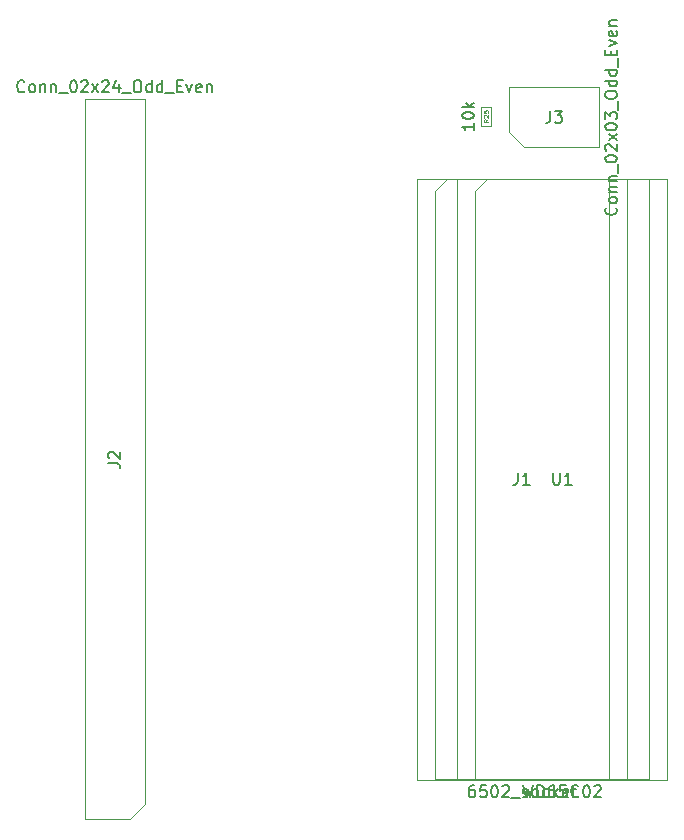
<source format=gbr>
G04 #@! TF.FileFunction,Other,Fab,Top*
%FSLAX46Y46*%
G04 Gerber Fmt 4.6, Leading zero omitted, Abs format (unit mm)*
G04 Created by KiCad (PCBNEW 4.0.7) date 07/29/18 14:17:34*
%MOMM*%
%LPD*%
G01*
G04 APERTURE LIST*
%ADD10C,0.100000*%
%ADD11C,0.150000*%
%ADD12C,0.075000*%
G04 APERTURE END LIST*
D10*
X80815000Y-78900000D02*
X94545000Y-78900000D01*
X94545000Y-78900000D02*
X94545000Y-129700000D01*
X94545000Y-129700000D02*
X79815000Y-129700000D01*
X79815000Y-129700000D02*
X79815000Y-79900000D01*
X79815000Y-79900000D02*
X80815000Y-78900000D01*
X78290000Y-78840000D02*
X78290000Y-129760000D01*
X78290000Y-129760000D02*
X96070000Y-129760000D01*
X96070000Y-129760000D02*
X96070000Y-78840000D01*
X96070000Y-78840000D02*
X78290000Y-78840000D01*
X53980000Y-133100000D02*
X50170000Y-133100000D01*
X50170000Y-133100000D02*
X50170000Y-72140000D01*
X50170000Y-72140000D02*
X55250000Y-72140000D01*
X55250000Y-72140000D02*
X55250000Y-131830000D01*
X55250000Y-131830000D02*
X53980000Y-133100000D01*
X86100000Y-74940000D02*
X86100000Y-71130000D01*
X86100000Y-71130000D02*
X93720000Y-71130000D01*
X93720000Y-71130000D02*
X93720000Y-76210000D01*
X93720000Y-76210000D02*
X87370000Y-76210000D01*
X87370000Y-76210000D02*
X86100000Y-74940000D01*
X83760000Y-72770000D02*
X84560000Y-72770000D01*
X83760000Y-74370000D02*
X83760000Y-72770000D01*
X84560000Y-74370000D02*
X83760000Y-74370000D01*
X84560000Y-72770000D02*
X84560000Y-74370000D01*
X84225000Y-78900000D02*
X97955000Y-78900000D01*
X97955000Y-78900000D02*
X97955000Y-129700000D01*
X97955000Y-129700000D02*
X83225000Y-129700000D01*
X83225000Y-129700000D02*
X83225000Y-79900000D01*
X83225000Y-79900000D02*
X84225000Y-78900000D01*
X81700000Y-78840000D02*
X81700000Y-129760000D01*
X81700000Y-129760000D02*
X99480000Y-129760000D01*
X99480000Y-129760000D02*
X99480000Y-78840000D01*
X99480000Y-78840000D02*
X81700000Y-78840000D01*
D11*
X83156190Y-130212381D02*
X82965713Y-130212381D01*
X82870475Y-130260000D01*
X82822856Y-130307619D01*
X82727618Y-130450476D01*
X82679999Y-130640952D01*
X82679999Y-131021905D01*
X82727618Y-131117143D01*
X82775237Y-131164762D01*
X82870475Y-131212381D01*
X83060952Y-131212381D01*
X83156190Y-131164762D01*
X83203809Y-131117143D01*
X83251428Y-131021905D01*
X83251428Y-130783810D01*
X83203809Y-130688571D01*
X83156190Y-130640952D01*
X83060952Y-130593333D01*
X82870475Y-130593333D01*
X82775237Y-130640952D01*
X82727618Y-130688571D01*
X82679999Y-130783810D01*
X84156190Y-130212381D02*
X83679999Y-130212381D01*
X83632380Y-130688571D01*
X83679999Y-130640952D01*
X83775237Y-130593333D01*
X84013333Y-130593333D01*
X84108571Y-130640952D01*
X84156190Y-130688571D01*
X84203809Y-130783810D01*
X84203809Y-131021905D01*
X84156190Y-131117143D01*
X84108571Y-131164762D01*
X84013333Y-131212381D01*
X83775237Y-131212381D01*
X83679999Y-131164762D01*
X83632380Y-131117143D01*
X84822856Y-130212381D02*
X84918095Y-130212381D01*
X85013333Y-130260000D01*
X85060952Y-130307619D01*
X85108571Y-130402857D01*
X85156190Y-130593333D01*
X85156190Y-130831429D01*
X85108571Y-131021905D01*
X85060952Y-131117143D01*
X85013333Y-131164762D01*
X84918095Y-131212381D01*
X84822856Y-131212381D01*
X84727618Y-131164762D01*
X84679999Y-131117143D01*
X84632380Y-131021905D01*
X84584761Y-130831429D01*
X84584761Y-130593333D01*
X84632380Y-130402857D01*
X84679999Y-130307619D01*
X84727618Y-130260000D01*
X84822856Y-130212381D01*
X85537142Y-130307619D02*
X85584761Y-130260000D01*
X85679999Y-130212381D01*
X85918095Y-130212381D01*
X86013333Y-130260000D01*
X86060952Y-130307619D01*
X86108571Y-130402857D01*
X86108571Y-130498095D01*
X86060952Y-130640952D01*
X85489523Y-131212381D01*
X86108571Y-131212381D01*
X86299047Y-131307619D02*
X87060952Y-131307619D01*
X87251428Y-131164762D02*
X87346666Y-131212381D01*
X87537142Y-131212381D01*
X87632381Y-131164762D01*
X87680000Y-131069524D01*
X87680000Y-131021905D01*
X87632381Y-130926667D01*
X87537142Y-130879048D01*
X87394285Y-130879048D01*
X87299047Y-130831429D01*
X87251428Y-130736190D01*
X87251428Y-130688571D01*
X87299047Y-130593333D01*
X87394285Y-130545714D01*
X87537142Y-130545714D01*
X87632381Y-130593333D01*
X88251428Y-131212381D02*
X88156190Y-131164762D01*
X88108571Y-131117143D01*
X88060952Y-131021905D01*
X88060952Y-130736190D01*
X88108571Y-130640952D01*
X88156190Y-130593333D01*
X88251428Y-130545714D01*
X88394286Y-130545714D01*
X88489524Y-130593333D01*
X88537143Y-130640952D01*
X88584762Y-130736190D01*
X88584762Y-131021905D01*
X88537143Y-131117143D01*
X88489524Y-131164762D01*
X88394286Y-131212381D01*
X88251428Y-131212381D01*
X89441905Y-131164762D02*
X89346667Y-131212381D01*
X89156190Y-131212381D01*
X89060952Y-131164762D01*
X89013333Y-131117143D01*
X88965714Y-131021905D01*
X88965714Y-130736190D01*
X89013333Y-130640952D01*
X89060952Y-130593333D01*
X89156190Y-130545714D01*
X89346667Y-130545714D01*
X89441905Y-130593333D01*
X89870476Y-131212381D02*
X89870476Y-130212381D01*
X89965714Y-130831429D02*
X90251429Y-131212381D01*
X90251429Y-130545714D02*
X89870476Y-130926667D01*
X91060953Y-131164762D02*
X90965715Y-131212381D01*
X90775238Y-131212381D01*
X90680000Y-131164762D01*
X90632381Y-131069524D01*
X90632381Y-130688571D01*
X90680000Y-130593333D01*
X90775238Y-130545714D01*
X90965715Y-130545714D01*
X91060953Y-130593333D01*
X91108572Y-130688571D01*
X91108572Y-130783810D01*
X90632381Y-130879048D01*
X91394286Y-130545714D02*
X91775238Y-130545714D01*
X91537143Y-130212381D02*
X91537143Y-131069524D01*
X91584762Y-131164762D01*
X91680000Y-131212381D01*
X91775238Y-131212381D01*
X86846667Y-103752381D02*
X86846667Y-104466667D01*
X86799047Y-104609524D01*
X86703809Y-104704762D01*
X86560952Y-104752381D01*
X86465714Y-104752381D01*
X87846667Y-104752381D02*
X87275238Y-104752381D01*
X87560952Y-104752381D02*
X87560952Y-103752381D01*
X87465714Y-103895238D01*
X87370476Y-103990476D01*
X87275238Y-104038095D01*
X45067142Y-71437143D02*
X45019523Y-71484762D01*
X44876666Y-71532381D01*
X44781428Y-71532381D01*
X44638570Y-71484762D01*
X44543332Y-71389524D01*
X44495713Y-71294286D01*
X44448094Y-71103810D01*
X44448094Y-70960952D01*
X44495713Y-70770476D01*
X44543332Y-70675238D01*
X44638570Y-70580000D01*
X44781428Y-70532381D01*
X44876666Y-70532381D01*
X45019523Y-70580000D01*
X45067142Y-70627619D01*
X45638570Y-71532381D02*
X45543332Y-71484762D01*
X45495713Y-71437143D01*
X45448094Y-71341905D01*
X45448094Y-71056190D01*
X45495713Y-70960952D01*
X45543332Y-70913333D01*
X45638570Y-70865714D01*
X45781428Y-70865714D01*
X45876666Y-70913333D01*
X45924285Y-70960952D01*
X45971904Y-71056190D01*
X45971904Y-71341905D01*
X45924285Y-71437143D01*
X45876666Y-71484762D01*
X45781428Y-71532381D01*
X45638570Y-71532381D01*
X46400475Y-70865714D02*
X46400475Y-71532381D01*
X46400475Y-70960952D02*
X46448094Y-70913333D01*
X46543332Y-70865714D01*
X46686190Y-70865714D01*
X46781428Y-70913333D01*
X46829047Y-71008571D01*
X46829047Y-71532381D01*
X47305237Y-70865714D02*
X47305237Y-71532381D01*
X47305237Y-70960952D02*
X47352856Y-70913333D01*
X47448094Y-70865714D01*
X47590952Y-70865714D01*
X47686190Y-70913333D01*
X47733809Y-71008571D01*
X47733809Y-71532381D01*
X47971904Y-71627619D02*
X48733809Y-71627619D01*
X49162380Y-70532381D02*
X49257619Y-70532381D01*
X49352857Y-70580000D01*
X49400476Y-70627619D01*
X49448095Y-70722857D01*
X49495714Y-70913333D01*
X49495714Y-71151429D01*
X49448095Y-71341905D01*
X49400476Y-71437143D01*
X49352857Y-71484762D01*
X49257619Y-71532381D01*
X49162380Y-71532381D01*
X49067142Y-71484762D01*
X49019523Y-71437143D01*
X48971904Y-71341905D01*
X48924285Y-71151429D01*
X48924285Y-70913333D01*
X48971904Y-70722857D01*
X49019523Y-70627619D01*
X49067142Y-70580000D01*
X49162380Y-70532381D01*
X49876666Y-70627619D02*
X49924285Y-70580000D01*
X50019523Y-70532381D01*
X50257619Y-70532381D01*
X50352857Y-70580000D01*
X50400476Y-70627619D01*
X50448095Y-70722857D01*
X50448095Y-70818095D01*
X50400476Y-70960952D01*
X49829047Y-71532381D01*
X50448095Y-71532381D01*
X50781428Y-71532381D02*
X51305238Y-70865714D01*
X50781428Y-70865714D02*
X51305238Y-71532381D01*
X51638571Y-70627619D02*
X51686190Y-70580000D01*
X51781428Y-70532381D01*
X52019524Y-70532381D01*
X52114762Y-70580000D01*
X52162381Y-70627619D01*
X52210000Y-70722857D01*
X52210000Y-70818095D01*
X52162381Y-70960952D01*
X51590952Y-71532381D01*
X52210000Y-71532381D01*
X53067143Y-70865714D02*
X53067143Y-71532381D01*
X52829047Y-70484762D02*
X52590952Y-71199048D01*
X53210000Y-71199048D01*
X53352857Y-71627619D02*
X54114762Y-71627619D01*
X54543333Y-70532381D02*
X54733810Y-70532381D01*
X54829048Y-70580000D01*
X54924286Y-70675238D01*
X54971905Y-70865714D01*
X54971905Y-71199048D01*
X54924286Y-71389524D01*
X54829048Y-71484762D01*
X54733810Y-71532381D01*
X54543333Y-71532381D01*
X54448095Y-71484762D01*
X54352857Y-71389524D01*
X54305238Y-71199048D01*
X54305238Y-70865714D01*
X54352857Y-70675238D01*
X54448095Y-70580000D01*
X54543333Y-70532381D01*
X55829048Y-71532381D02*
X55829048Y-70532381D01*
X55829048Y-71484762D02*
X55733810Y-71532381D01*
X55543333Y-71532381D01*
X55448095Y-71484762D01*
X55400476Y-71437143D01*
X55352857Y-71341905D01*
X55352857Y-71056190D01*
X55400476Y-70960952D01*
X55448095Y-70913333D01*
X55543333Y-70865714D01*
X55733810Y-70865714D01*
X55829048Y-70913333D01*
X56733810Y-71532381D02*
X56733810Y-70532381D01*
X56733810Y-71484762D02*
X56638572Y-71532381D01*
X56448095Y-71532381D01*
X56352857Y-71484762D01*
X56305238Y-71437143D01*
X56257619Y-71341905D01*
X56257619Y-71056190D01*
X56305238Y-70960952D01*
X56352857Y-70913333D01*
X56448095Y-70865714D01*
X56638572Y-70865714D01*
X56733810Y-70913333D01*
X56971905Y-71627619D02*
X57733810Y-71627619D01*
X57971905Y-71008571D02*
X58305239Y-71008571D01*
X58448096Y-71532381D02*
X57971905Y-71532381D01*
X57971905Y-70532381D01*
X58448096Y-70532381D01*
X58781429Y-70865714D02*
X59019524Y-71532381D01*
X59257620Y-70865714D01*
X60019525Y-71484762D02*
X59924287Y-71532381D01*
X59733810Y-71532381D01*
X59638572Y-71484762D01*
X59590953Y-71389524D01*
X59590953Y-71008571D01*
X59638572Y-70913333D01*
X59733810Y-70865714D01*
X59924287Y-70865714D01*
X60019525Y-70913333D01*
X60067144Y-71008571D01*
X60067144Y-71103810D01*
X59590953Y-71199048D01*
X60495715Y-70865714D02*
X60495715Y-71532381D01*
X60495715Y-70960952D02*
X60543334Y-70913333D01*
X60638572Y-70865714D01*
X60781430Y-70865714D01*
X60876668Y-70913333D01*
X60924287Y-71008571D01*
X60924287Y-71532381D01*
X52162381Y-102953333D02*
X52876667Y-102953333D01*
X53019524Y-103000953D01*
X53114762Y-103096191D01*
X53162381Y-103239048D01*
X53162381Y-103334286D01*
X52257619Y-102524762D02*
X52210000Y-102477143D01*
X52162381Y-102381905D01*
X52162381Y-102143809D01*
X52210000Y-102048571D01*
X52257619Y-102000952D01*
X52352857Y-101953333D01*
X52448095Y-101953333D01*
X52590952Y-102000952D01*
X53162381Y-102572381D01*
X53162381Y-101953333D01*
X95137143Y-81312858D02*
X95184762Y-81360477D01*
X95232381Y-81503334D01*
X95232381Y-81598572D01*
X95184762Y-81741430D01*
X95089524Y-81836668D01*
X94994286Y-81884287D01*
X94803810Y-81931906D01*
X94660952Y-81931906D01*
X94470476Y-81884287D01*
X94375238Y-81836668D01*
X94280000Y-81741430D01*
X94232381Y-81598572D01*
X94232381Y-81503334D01*
X94280000Y-81360477D01*
X94327619Y-81312858D01*
X95232381Y-80741430D02*
X95184762Y-80836668D01*
X95137143Y-80884287D01*
X95041905Y-80931906D01*
X94756190Y-80931906D01*
X94660952Y-80884287D01*
X94613333Y-80836668D01*
X94565714Y-80741430D01*
X94565714Y-80598572D01*
X94613333Y-80503334D01*
X94660952Y-80455715D01*
X94756190Y-80408096D01*
X95041905Y-80408096D01*
X95137143Y-80455715D01*
X95184762Y-80503334D01*
X95232381Y-80598572D01*
X95232381Y-80741430D01*
X94565714Y-79979525D02*
X95232381Y-79979525D01*
X94660952Y-79979525D02*
X94613333Y-79931906D01*
X94565714Y-79836668D01*
X94565714Y-79693810D01*
X94613333Y-79598572D01*
X94708571Y-79550953D01*
X95232381Y-79550953D01*
X94565714Y-79074763D02*
X95232381Y-79074763D01*
X94660952Y-79074763D02*
X94613333Y-79027144D01*
X94565714Y-78931906D01*
X94565714Y-78789048D01*
X94613333Y-78693810D01*
X94708571Y-78646191D01*
X95232381Y-78646191D01*
X95327619Y-78408096D02*
X95327619Y-77646191D01*
X94232381Y-77217620D02*
X94232381Y-77122381D01*
X94280000Y-77027143D01*
X94327619Y-76979524D01*
X94422857Y-76931905D01*
X94613333Y-76884286D01*
X94851429Y-76884286D01*
X95041905Y-76931905D01*
X95137143Y-76979524D01*
X95184762Y-77027143D01*
X95232381Y-77122381D01*
X95232381Y-77217620D01*
X95184762Y-77312858D01*
X95137143Y-77360477D01*
X95041905Y-77408096D01*
X94851429Y-77455715D01*
X94613333Y-77455715D01*
X94422857Y-77408096D01*
X94327619Y-77360477D01*
X94280000Y-77312858D01*
X94232381Y-77217620D01*
X94327619Y-76503334D02*
X94280000Y-76455715D01*
X94232381Y-76360477D01*
X94232381Y-76122381D01*
X94280000Y-76027143D01*
X94327619Y-75979524D01*
X94422857Y-75931905D01*
X94518095Y-75931905D01*
X94660952Y-75979524D01*
X95232381Y-76550953D01*
X95232381Y-75931905D01*
X95232381Y-75598572D02*
X94565714Y-75074762D01*
X94565714Y-75598572D02*
X95232381Y-75074762D01*
X94232381Y-74503334D02*
X94232381Y-74408095D01*
X94280000Y-74312857D01*
X94327619Y-74265238D01*
X94422857Y-74217619D01*
X94613333Y-74170000D01*
X94851429Y-74170000D01*
X95041905Y-74217619D01*
X95137143Y-74265238D01*
X95184762Y-74312857D01*
X95232381Y-74408095D01*
X95232381Y-74503334D01*
X95184762Y-74598572D01*
X95137143Y-74646191D01*
X95041905Y-74693810D01*
X94851429Y-74741429D01*
X94613333Y-74741429D01*
X94422857Y-74693810D01*
X94327619Y-74646191D01*
X94280000Y-74598572D01*
X94232381Y-74503334D01*
X94232381Y-73836667D02*
X94232381Y-73217619D01*
X94613333Y-73550953D01*
X94613333Y-73408095D01*
X94660952Y-73312857D01*
X94708571Y-73265238D01*
X94803810Y-73217619D01*
X95041905Y-73217619D01*
X95137143Y-73265238D01*
X95184762Y-73312857D01*
X95232381Y-73408095D01*
X95232381Y-73693810D01*
X95184762Y-73789048D01*
X95137143Y-73836667D01*
X95327619Y-73027143D02*
X95327619Y-72265238D01*
X94232381Y-71836667D02*
X94232381Y-71646190D01*
X94280000Y-71550952D01*
X94375238Y-71455714D01*
X94565714Y-71408095D01*
X94899048Y-71408095D01*
X95089524Y-71455714D01*
X95184762Y-71550952D01*
X95232381Y-71646190D01*
X95232381Y-71836667D01*
X95184762Y-71931905D01*
X95089524Y-72027143D01*
X94899048Y-72074762D01*
X94565714Y-72074762D01*
X94375238Y-72027143D01*
X94280000Y-71931905D01*
X94232381Y-71836667D01*
X95232381Y-70550952D02*
X94232381Y-70550952D01*
X95184762Y-70550952D02*
X95232381Y-70646190D01*
X95232381Y-70836667D01*
X95184762Y-70931905D01*
X95137143Y-70979524D01*
X95041905Y-71027143D01*
X94756190Y-71027143D01*
X94660952Y-70979524D01*
X94613333Y-70931905D01*
X94565714Y-70836667D01*
X94565714Y-70646190D01*
X94613333Y-70550952D01*
X95232381Y-69646190D02*
X94232381Y-69646190D01*
X95184762Y-69646190D02*
X95232381Y-69741428D01*
X95232381Y-69931905D01*
X95184762Y-70027143D01*
X95137143Y-70074762D01*
X95041905Y-70122381D01*
X94756190Y-70122381D01*
X94660952Y-70074762D01*
X94613333Y-70027143D01*
X94565714Y-69931905D01*
X94565714Y-69741428D01*
X94613333Y-69646190D01*
X95327619Y-69408095D02*
X95327619Y-68646190D01*
X94708571Y-68408095D02*
X94708571Y-68074761D01*
X95232381Y-67931904D02*
X95232381Y-68408095D01*
X94232381Y-68408095D01*
X94232381Y-67931904D01*
X94565714Y-67598571D02*
X95232381Y-67360476D01*
X94565714Y-67122380D01*
X95184762Y-66360475D02*
X95232381Y-66455713D01*
X95232381Y-66646190D01*
X95184762Y-66741428D01*
X95089524Y-66789047D01*
X94708571Y-66789047D01*
X94613333Y-66741428D01*
X94565714Y-66646190D01*
X94565714Y-66455713D01*
X94613333Y-66360475D01*
X94708571Y-66312856D01*
X94803810Y-66312856D01*
X94899048Y-66789047D01*
X94565714Y-65884285D02*
X95232381Y-65884285D01*
X94660952Y-65884285D02*
X94613333Y-65836666D01*
X94565714Y-65741428D01*
X94565714Y-65598570D01*
X94613333Y-65503332D01*
X94708571Y-65455713D01*
X95232381Y-65455713D01*
X89576667Y-73122381D02*
X89576667Y-73836667D01*
X89529047Y-73979524D01*
X89433809Y-74074762D01*
X89290952Y-74122381D01*
X89195714Y-74122381D01*
X89957619Y-73122381D02*
X90576667Y-73122381D01*
X90243333Y-73503333D01*
X90386191Y-73503333D01*
X90481429Y-73550952D01*
X90529048Y-73598571D01*
X90576667Y-73693810D01*
X90576667Y-73931905D01*
X90529048Y-74027143D01*
X90481429Y-74074762D01*
X90386191Y-74122381D01*
X90100476Y-74122381D01*
X90005238Y-74074762D01*
X89957619Y-74027143D01*
X83112381Y-74165238D02*
X83112381Y-74736667D01*
X83112381Y-74450953D02*
X82112381Y-74450953D01*
X82255238Y-74546191D01*
X82350476Y-74641429D01*
X82398095Y-74736667D01*
X82112381Y-73546191D02*
X82112381Y-73450952D01*
X82160000Y-73355714D01*
X82207619Y-73308095D01*
X82302857Y-73260476D01*
X82493333Y-73212857D01*
X82731429Y-73212857D01*
X82921905Y-73260476D01*
X83017143Y-73308095D01*
X83064762Y-73355714D01*
X83112381Y-73450952D01*
X83112381Y-73546191D01*
X83064762Y-73641429D01*
X83017143Y-73689048D01*
X82921905Y-73736667D01*
X82731429Y-73784286D01*
X82493333Y-73784286D01*
X82302857Y-73736667D01*
X82207619Y-73689048D01*
X82160000Y-73641429D01*
X82112381Y-73546191D01*
X83112381Y-72784286D02*
X82112381Y-72784286D01*
X82731429Y-72689048D02*
X83112381Y-72403333D01*
X82445714Y-72403333D02*
X82826667Y-72784286D01*
D12*
X84340952Y-73827142D02*
X84150476Y-73960476D01*
X84340952Y-74055714D02*
X83940952Y-74055714D01*
X83940952Y-73903333D01*
X83960000Y-73865238D01*
X83979048Y-73846190D01*
X84017143Y-73827142D01*
X84074286Y-73827142D01*
X84112381Y-73846190D01*
X84131429Y-73865238D01*
X84150476Y-73903333D01*
X84150476Y-74055714D01*
X83979048Y-73674762D02*
X83960000Y-73655714D01*
X83940952Y-73617619D01*
X83940952Y-73522381D01*
X83960000Y-73484285D01*
X83979048Y-73465238D01*
X84017143Y-73446190D01*
X84055238Y-73446190D01*
X84112381Y-73465238D01*
X84340952Y-73693809D01*
X84340952Y-73446190D01*
X83940952Y-73084286D02*
X83940952Y-73274762D01*
X84131429Y-73293810D01*
X84112381Y-73274762D01*
X84093333Y-73236667D01*
X84093333Y-73141429D01*
X84112381Y-73103333D01*
X84131429Y-73084286D01*
X84169524Y-73065238D01*
X84264762Y-73065238D01*
X84302857Y-73084286D01*
X84321905Y-73103333D01*
X84340952Y-73141429D01*
X84340952Y-73236667D01*
X84321905Y-73274762D01*
X84302857Y-73293810D01*
D11*
X87256667Y-130212381D02*
X87494762Y-131212381D01*
X87685239Y-130498095D01*
X87875715Y-131212381D01*
X88113810Y-130212381D01*
X88494762Y-131212381D02*
X88494762Y-130212381D01*
X88732857Y-130212381D01*
X88875715Y-130260000D01*
X88970953Y-130355238D01*
X89018572Y-130450476D01*
X89066191Y-130640952D01*
X89066191Y-130783810D01*
X89018572Y-130974286D01*
X88970953Y-131069524D01*
X88875715Y-131164762D01*
X88732857Y-131212381D01*
X88494762Y-131212381D01*
X89923334Y-130212381D02*
X89732857Y-130212381D01*
X89637619Y-130260000D01*
X89590000Y-130307619D01*
X89494762Y-130450476D01*
X89447143Y-130640952D01*
X89447143Y-131021905D01*
X89494762Y-131117143D01*
X89542381Y-131164762D01*
X89637619Y-131212381D01*
X89828096Y-131212381D01*
X89923334Y-131164762D01*
X89970953Y-131117143D01*
X90018572Y-131021905D01*
X90018572Y-130783810D01*
X89970953Y-130688571D01*
X89923334Y-130640952D01*
X89828096Y-130593333D01*
X89637619Y-130593333D01*
X89542381Y-130640952D01*
X89494762Y-130688571D01*
X89447143Y-130783810D01*
X90923334Y-130212381D02*
X90447143Y-130212381D01*
X90399524Y-130688571D01*
X90447143Y-130640952D01*
X90542381Y-130593333D01*
X90780477Y-130593333D01*
X90875715Y-130640952D01*
X90923334Y-130688571D01*
X90970953Y-130783810D01*
X90970953Y-131021905D01*
X90923334Y-131117143D01*
X90875715Y-131164762D01*
X90780477Y-131212381D01*
X90542381Y-131212381D01*
X90447143Y-131164762D01*
X90399524Y-131117143D01*
X91970953Y-131117143D02*
X91923334Y-131164762D01*
X91780477Y-131212381D01*
X91685239Y-131212381D01*
X91542381Y-131164762D01*
X91447143Y-131069524D01*
X91399524Y-130974286D01*
X91351905Y-130783810D01*
X91351905Y-130640952D01*
X91399524Y-130450476D01*
X91447143Y-130355238D01*
X91542381Y-130260000D01*
X91685239Y-130212381D01*
X91780477Y-130212381D01*
X91923334Y-130260000D01*
X91970953Y-130307619D01*
X92590000Y-130212381D02*
X92685239Y-130212381D01*
X92780477Y-130260000D01*
X92828096Y-130307619D01*
X92875715Y-130402857D01*
X92923334Y-130593333D01*
X92923334Y-130831429D01*
X92875715Y-131021905D01*
X92828096Y-131117143D01*
X92780477Y-131164762D01*
X92685239Y-131212381D01*
X92590000Y-131212381D01*
X92494762Y-131164762D01*
X92447143Y-131117143D01*
X92399524Y-131021905D01*
X92351905Y-130831429D01*
X92351905Y-130593333D01*
X92399524Y-130402857D01*
X92447143Y-130307619D01*
X92494762Y-130260000D01*
X92590000Y-130212381D01*
X93304286Y-130307619D02*
X93351905Y-130260000D01*
X93447143Y-130212381D01*
X93685239Y-130212381D01*
X93780477Y-130260000D01*
X93828096Y-130307619D01*
X93875715Y-130402857D01*
X93875715Y-130498095D01*
X93828096Y-130640952D01*
X93256667Y-131212381D01*
X93875715Y-131212381D01*
X89828095Y-103752381D02*
X89828095Y-104561905D01*
X89875714Y-104657143D01*
X89923333Y-104704762D01*
X90018571Y-104752381D01*
X90209048Y-104752381D01*
X90304286Y-104704762D01*
X90351905Y-104657143D01*
X90399524Y-104561905D01*
X90399524Y-103752381D01*
X91399524Y-104752381D02*
X90828095Y-104752381D01*
X91113809Y-104752381D02*
X91113809Y-103752381D01*
X91018571Y-103895238D01*
X90923333Y-103990476D01*
X90828095Y-104038095D01*
M02*

</source>
